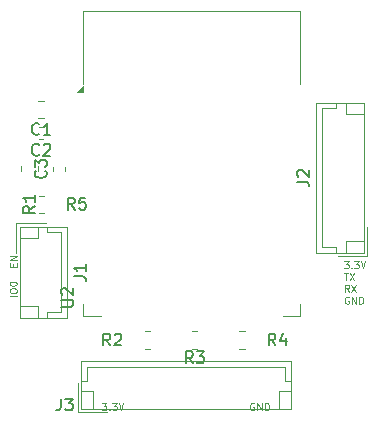
<source format=gbr>
%TF.GenerationSoftware,KiCad,Pcbnew,8.0.8*%
%TF.CreationDate,2025-02-07T05:45:52-05:00*%
%TF.ProjectId,ESP32_BluetoothModule_TerrapinRockets,45535033-325f-4426-9c75-65746f6f7468,rev?*%
%TF.SameCoordinates,Original*%
%TF.FileFunction,Legend,Top*%
%TF.FilePolarity,Positive*%
%FSLAX46Y46*%
G04 Gerber Fmt 4.6, Leading zero omitted, Abs format (unit mm)*
G04 Created by KiCad (PCBNEW 8.0.8) date 2025-02-07 05:45:52*
%MOMM*%
%LPD*%
G01*
G04 APERTURE LIST*
%ADD10C,0.100000*%
%ADD11C,0.150000*%
%ADD12C,0.120000*%
G04 APERTURE END LIST*
D10*
X104607085Y-120791353D02*
X104607085Y-120591353D01*
X104921371Y-120505639D02*
X104921371Y-120791353D01*
X104921371Y-120791353D02*
X104321371Y-120791353D01*
X104321371Y-120791353D02*
X104321371Y-120505639D01*
X104921371Y-120248496D02*
X104321371Y-120248496D01*
X104321371Y-120248496D02*
X104921371Y-119905639D01*
X104921371Y-119905639D02*
X104321371Y-119905639D01*
X104921371Y-123291353D02*
X104321371Y-123291353D01*
X104321371Y-122891354D02*
X104321371Y-122777068D01*
X104321371Y-122777068D02*
X104349942Y-122719925D01*
X104349942Y-122719925D02*
X104407085Y-122662782D01*
X104407085Y-122662782D02*
X104521371Y-122634211D01*
X104521371Y-122634211D02*
X104721371Y-122634211D01*
X104721371Y-122634211D02*
X104835657Y-122662782D01*
X104835657Y-122662782D02*
X104892800Y-122719925D01*
X104892800Y-122719925D02*
X104921371Y-122777068D01*
X104921371Y-122777068D02*
X104921371Y-122891354D01*
X104921371Y-122891354D02*
X104892800Y-122948497D01*
X104892800Y-122948497D02*
X104835657Y-123005639D01*
X104835657Y-123005639D02*
X104721371Y-123034211D01*
X104721371Y-123034211D02*
X104521371Y-123034211D01*
X104521371Y-123034211D02*
X104407085Y-123005639D01*
X104407085Y-123005639D02*
X104349942Y-122948497D01*
X104349942Y-122948497D02*
X104321371Y-122891354D01*
X104321371Y-122262783D02*
X104321371Y-122205640D01*
X104321371Y-122205640D02*
X104349942Y-122148497D01*
X104349942Y-122148497D02*
X104378514Y-122119926D01*
X104378514Y-122119926D02*
X104435657Y-122091354D01*
X104435657Y-122091354D02*
X104549942Y-122062783D01*
X104549942Y-122062783D02*
X104692800Y-122062783D01*
X104692800Y-122062783D02*
X104807085Y-122091354D01*
X104807085Y-122091354D02*
X104864228Y-122119926D01*
X104864228Y-122119926D02*
X104892800Y-122148497D01*
X104892800Y-122148497D02*
X104921371Y-122205640D01*
X104921371Y-122205640D02*
X104921371Y-122262783D01*
X104921371Y-122262783D02*
X104892800Y-122319926D01*
X104892800Y-122319926D02*
X104864228Y-122348497D01*
X104864228Y-122348497D02*
X104807085Y-122377068D01*
X104807085Y-122377068D02*
X104692800Y-122405640D01*
X104692800Y-122405640D02*
X104549942Y-122405640D01*
X104549942Y-122405640D02*
X104435657Y-122377068D01*
X104435657Y-122377068D02*
X104378514Y-122348497D01*
X104378514Y-122348497D02*
X104349942Y-122319926D01*
X104349942Y-122319926D02*
X104321371Y-122262783D01*
X112151503Y-132321371D02*
X112522931Y-132321371D01*
X112522931Y-132321371D02*
X112322931Y-132549942D01*
X112322931Y-132549942D02*
X112408646Y-132549942D01*
X112408646Y-132549942D02*
X112465789Y-132578514D01*
X112465789Y-132578514D02*
X112494360Y-132607085D01*
X112494360Y-132607085D02*
X112522931Y-132664228D01*
X112522931Y-132664228D02*
X112522931Y-132807085D01*
X112522931Y-132807085D02*
X112494360Y-132864228D01*
X112494360Y-132864228D02*
X112465789Y-132892800D01*
X112465789Y-132892800D02*
X112408646Y-132921371D01*
X112408646Y-132921371D02*
X112237217Y-132921371D01*
X112237217Y-132921371D02*
X112180074Y-132892800D01*
X112180074Y-132892800D02*
X112151503Y-132864228D01*
X112780075Y-132864228D02*
X112808646Y-132892800D01*
X112808646Y-132892800D02*
X112780075Y-132921371D01*
X112780075Y-132921371D02*
X112751503Y-132892800D01*
X112751503Y-132892800D02*
X112780075Y-132864228D01*
X112780075Y-132864228D02*
X112780075Y-132921371D01*
X113008646Y-132321371D02*
X113380074Y-132321371D01*
X113380074Y-132321371D02*
X113180074Y-132549942D01*
X113180074Y-132549942D02*
X113265789Y-132549942D01*
X113265789Y-132549942D02*
X113322932Y-132578514D01*
X113322932Y-132578514D02*
X113351503Y-132607085D01*
X113351503Y-132607085D02*
X113380074Y-132664228D01*
X113380074Y-132664228D02*
X113380074Y-132807085D01*
X113380074Y-132807085D02*
X113351503Y-132864228D01*
X113351503Y-132864228D02*
X113322932Y-132892800D01*
X113322932Y-132892800D02*
X113265789Y-132921371D01*
X113265789Y-132921371D02*
X113094360Y-132921371D01*
X113094360Y-132921371D02*
X113037217Y-132892800D01*
X113037217Y-132892800D02*
X113008646Y-132864228D01*
X113551503Y-132321371D02*
X113751503Y-132921371D01*
X113751503Y-132921371D02*
X113951503Y-132321371D01*
X125022931Y-132349942D02*
X124965789Y-132321371D01*
X124965789Y-132321371D02*
X124880074Y-132321371D01*
X124880074Y-132321371D02*
X124794360Y-132349942D01*
X124794360Y-132349942D02*
X124737217Y-132407085D01*
X124737217Y-132407085D02*
X124708646Y-132464228D01*
X124708646Y-132464228D02*
X124680074Y-132578514D01*
X124680074Y-132578514D02*
X124680074Y-132664228D01*
X124680074Y-132664228D02*
X124708646Y-132778514D01*
X124708646Y-132778514D02*
X124737217Y-132835657D01*
X124737217Y-132835657D02*
X124794360Y-132892800D01*
X124794360Y-132892800D02*
X124880074Y-132921371D01*
X124880074Y-132921371D02*
X124937217Y-132921371D01*
X124937217Y-132921371D02*
X125022931Y-132892800D01*
X125022931Y-132892800D02*
X125051503Y-132864228D01*
X125051503Y-132864228D02*
X125051503Y-132664228D01*
X125051503Y-132664228D02*
X124937217Y-132664228D01*
X125308646Y-132921371D02*
X125308646Y-132321371D01*
X125308646Y-132321371D02*
X125651503Y-132921371D01*
X125651503Y-132921371D02*
X125651503Y-132321371D01*
X125937217Y-132921371D02*
X125937217Y-132321371D01*
X125937217Y-132321371D02*
X126080074Y-132321371D01*
X126080074Y-132321371D02*
X126165788Y-132349942D01*
X126165788Y-132349942D02*
X126222931Y-132407085D01*
X126222931Y-132407085D02*
X126251502Y-132464228D01*
X126251502Y-132464228D02*
X126280074Y-132578514D01*
X126280074Y-132578514D02*
X126280074Y-132664228D01*
X126280074Y-132664228D02*
X126251502Y-132778514D01*
X126251502Y-132778514D02*
X126222931Y-132835657D01*
X126222931Y-132835657D02*
X126165788Y-132892800D01*
X126165788Y-132892800D02*
X126080074Y-132921371D01*
X126080074Y-132921371D02*
X125937217Y-132921371D01*
X132651503Y-120321371D02*
X133022931Y-120321371D01*
X133022931Y-120321371D02*
X132822931Y-120549942D01*
X132822931Y-120549942D02*
X132908646Y-120549942D01*
X132908646Y-120549942D02*
X132965789Y-120578514D01*
X132965789Y-120578514D02*
X132994360Y-120607085D01*
X132994360Y-120607085D02*
X133022931Y-120664228D01*
X133022931Y-120664228D02*
X133022931Y-120807085D01*
X133022931Y-120807085D02*
X132994360Y-120864228D01*
X132994360Y-120864228D02*
X132965789Y-120892800D01*
X132965789Y-120892800D02*
X132908646Y-120921371D01*
X132908646Y-120921371D02*
X132737217Y-120921371D01*
X132737217Y-120921371D02*
X132680074Y-120892800D01*
X132680074Y-120892800D02*
X132651503Y-120864228D01*
X133280075Y-120864228D02*
X133308646Y-120892800D01*
X133308646Y-120892800D02*
X133280075Y-120921371D01*
X133280075Y-120921371D02*
X133251503Y-120892800D01*
X133251503Y-120892800D02*
X133280075Y-120864228D01*
X133280075Y-120864228D02*
X133280075Y-120921371D01*
X133508646Y-120321371D02*
X133880074Y-120321371D01*
X133880074Y-120321371D02*
X133680074Y-120549942D01*
X133680074Y-120549942D02*
X133765789Y-120549942D01*
X133765789Y-120549942D02*
X133822932Y-120578514D01*
X133822932Y-120578514D02*
X133851503Y-120607085D01*
X133851503Y-120607085D02*
X133880074Y-120664228D01*
X133880074Y-120664228D02*
X133880074Y-120807085D01*
X133880074Y-120807085D02*
X133851503Y-120864228D01*
X133851503Y-120864228D02*
X133822932Y-120892800D01*
X133822932Y-120892800D02*
X133765789Y-120921371D01*
X133765789Y-120921371D02*
X133594360Y-120921371D01*
X133594360Y-120921371D02*
X133537217Y-120892800D01*
X133537217Y-120892800D02*
X133508646Y-120864228D01*
X134051503Y-120321371D02*
X134251503Y-120921371D01*
X134251503Y-120921371D02*
X134451503Y-120321371D01*
X132622931Y-121321371D02*
X132965789Y-121321371D01*
X132794360Y-121921371D02*
X132794360Y-121321371D01*
X133108646Y-121321371D02*
X133508646Y-121921371D01*
X133508646Y-121321371D02*
X133108646Y-121921371D01*
X133051503Y-122921371D02*
X132851503Y-122635657D01*
X132708646Y-122921371D02*
X132708646Y-122321371D01*
X132708646Y-122321371D02*
X132937217Y-122321371D01*
X132937217Y-122321371D02*
X132994360Y-122349942D01*
X132994360Y-122349942D02*
X133022931Y-122378514D01*
X133022931Y-122378514D02*
X133051503Y-122435657D01*
X133051503Y-122435657D02*
X133051503Y-122521371D01*
X133051503Y-122521371D02*
X133022931Y-122578514D01*
X133022931Y-122578514D02*
X132994360Y-122607085D01*
X132994360Y-122607085D02*
X132937217Y-122635657D01*
X132937217Y-122635657D02*
X132708646Y-122635657D01*
X133251503Y-122321371D02*
X133651503Y-122921371D01*
X133651503Y-122321371D02*
X133251503Y-122921371D01*
X133022931Y-123349942D02*
X132965789Y-123321371D01*
X132965789Y-123321371D02*
X132880074Y-123321371D01*
X132880074Y-123321371D02*
X132794360Y-123349942D01*
X132794360Y-123349942D02*
X132737217Y-123407085D01*
X132737217Y-123407085D02*
X132708646Y-123464228D01*
X132708646Y-123464228D02*
X132680074Y-123578514D01*
X132680074Y-123578514D02*
X132680074Y-123664228D01*
X132680074Y-123664228D02*
X132708646Y-123778514D01*
X132708646Y-123778514D02*
X132737217Y-123835657D01*
X132737217Y-123835657D02*
X132794360Y-123892800D01*
X132794360Y-123892800D02*
X132880074Y-123921371D01*
X132880074Y-123921371D02*
X132937217Y-123921371D01*
X132937217Y-123921371D02*
X133022931Y-123892800D01*
X133022931Y-123892800D02*
X133051503Y-123864228D01*
X133051503Y-123864228D02*
X133051503Y-123664228D01*
X133051503Y-123664228D02*
X132937217Y-123664228D01*
X133308646Y-123921371D02*
X133308646Y-123321371D01*
X133308646Y-123321371D02*
X133651503Y-123921371D01*
X133651503Y-123921371D02*
X133651503Y-123321371D01*
X133937217Y-123921371D02*
X133937217Y-123321371D01*
X133937217Y-123321371D02*
X134080074Y-123321371D01*
X134080074Y-123321371D02*
X134165788Y-123349942D01*
X134165788Y-123349942D02*
X134222931Y-123407085D01*
X134222931Y-123407085D02*
X134251502Y-123464228D01*
X134251502Y-123464228D02*
X134280074Y-123578514D01*
X134280074Y-123578514D02*
X134280074Y-123664228D01*
X134280074Y-123664228D02*
X134251502Y-123778514D01*
X134251502Y-123778514D02*
X134222931Y-123835657D01*
X134222931Y-123835657D02*
X134165788Y-123892800D01*
X134165788Y-123892800D02*
X134080074Y-123921371D01*
X134080074Y-123921371D02*
X133937217Y-123921371D01*
D11*
X128654819Y-113583333D02*
X129369104Y-113583333D01*
X129369104Y-113583333D02*
X129511961Y-113630952D01*
X129511961Y-113630952D02*
X129607200Y-113726190D01*
X129607200Y-113726190D02*
X129654819Y-113869047D01*
X129654819Y-113869047D02*
X129654819Y-113964285D01*
X128750057Y-113154761D02*
X128702438Y-113107142D01*
X128702438Y-113107142D02*
X128654819Y-113011904D01*
X128654819Y-113011904D02*
X128654819Y-112773809D01*
X128654819Y-112773809D02*
X128702438Y-112678571D01*
X128702438Y-112678571D02*
X128750057Y-112630952D01*
X128750057Y-112630952D02*
X128845295Y-112583333D01*
X128845295Y-112583333D02*
X128940533Y-112583333D01*
X128940533Y-112583333D02*
X129083390Y-112630952D01*
X129083390Y-112630952D02*
X129654819Y-113202380D01*
X129654819Y-113202380D02*
X129654819Y-112583333D01*
X109754819Y-121583333D02*
X110469104Y-121583333D01*
X110469104Y-121583333D02*
X110611961Y-121630952D01*
X110611961Y-121630952D02*
X110707200Y-121726190D01*
X110707200Y-121726190D02*
X110754819Y-121869047D01*
X110754819Y-121869047D02*
X110754819Y-121964285D01*
X110754819Y-120583333D02*
X110754819Y-121154761D01*
X110754819Y-120869047D02*
X109754819Y-120869047D01*
X109754819Y-120869047D02*
X109897676Y-120964285D01*
X109897676Y-120964285D02*
X109992914Y-121059523D01*
X109992914Y-121059523D02*
X110040533Y-121154761D01*
X108704819Y-124161904D02*
X109514342Y-124161904D01*
X109514342Y-124161904D02*
X109609580Y-124114285D01*
X109609580Y-124114285D02*
X109657200Y-124066666D01*
X109657200Y-124066666D02*
X109704819Y-123971428D01*
X109704819Y-123971428D02*
X109704819Y-123780952D01*
X109704819Y-123780952D02*
X109657200Y-123685714D01*
X109657200Y-123685714D02*
X109609580Y-123638095D01*
X109609580Y-123638095D02*
X109514342Y-123590476D01*
X109514342Y-123590476D02*
X108704819Y-123590476D01*
X108800057Y-123161904D02*
X108752438Y-123114285D01*
X108752438Y-123114285D02*
X108704819Y-123019047D01*
X108704819Y-123019047D02*
X108704819Y-122780952D01*
X108704819Y-122780952D02*
X108752438Y-122685714D01*
X108752438Y-122685714D02*
X108800057Y-122638095D01*
X108800057Y-122638095D02*
X108895295Y-122590476D01*
X108895295Y-122590476D02*
X108990533Y-122590476D01*
X108990533Y-122590476D02*
X109133390Y-122638095D01*
X109133390Y-122638095D02*
X109704819Y-123209523D01*
X109704819Y-123209523D02*
X109704819Y-122590476D01*
X109833333Y-115954819D02*
X109500000Y-115478628D01*
X109261905Y-115954819D02*
X109261905Y-114954819D01*
X109261905Y-114954819D02*
X109642857Y-114954819D01*
X109642857Y-114954819D02*
X109738095Y-115002438D01*
X109738095Y-115002438D02*
X109785714Y-115050057D01*
X109785714Y-115050057D02*
X109833333Y-115145295D01*
X109833333Y-115145295D02*
X109833333Y-115288152D01*
X109833333Y-115288152D02*
X109785714Y-115383390D01*
X109785714Y-115383390D02*
X109738095Y-115431009D01*
X109738095Y-115431009D02*
X109642857Y-115478628D01*
X109642857Y-115478628D02*
X109261905Y-115478628D01*
X110738095Y-114954819D02*
X110261905Y-114954819D01*
X110261905Y-114954819D02*
X110214286Y-115431009D01*
X110214286Y-115431009D02*
X110261905Y-115383390D01*
X110261905Y-115383390D02*
X110357143Y-115335771D01*
X110357143Y-115335771D02*
X110595238Y-115335771D01*
X110595238Y-115335771D02*
X110690476Y-115383390D01*
X110690476Y-115383390D02*
X110738095Y-115431009D01*
X110738095Y-115431009D02*
X110785714Y-115526247D01*
X110785714Y-115526247D02*
X110785714Y-115764342D01*
X110785714Y-115764342D02*
X110738095Y-115859580D01*
X110738095Y-115859580D02*
X110690476Y-115907200D01*
X110690476Y-115907200D02*
X110595238Y-115954819D01*
X110595238Y-115954819D02*
X110357143Y-115954819D01*
X110357143Y-115954819D02*
X110261905Y-115907200D01*
X110261905Y-115907200D02*
X110214286Y-115859580D01*
X106833333Y-111289580D02*
X106785714Y-111337200D01*
X106785714Y-111337200D02*
X106642857Y-111384819D01*
X106642857Y-111384819D02*
X106547619Y-111384819D01*
X106547619Y-111384819D02*
X106404762Y-111337200D01*
X106404762Y-111337200D02*
X106309524Y-111241961D01*
X106309524Y-111241961D02*
X106261905Y-111146723D01*
X106261905Y-111146723D02*
X106214286Y-110956247D01*
X106214286Y-110956247D02*
X106214286Y-110813390D01*
X106214286Y-110813390D02*
X106261905Y-110622914D01*
X106261905Y-110622914D02*
X106309524Y-110527676D01*
X106309524Y-110527676D02*
X106404762Y-110432438D01*
X106404762Y-110432438D02*
X106547619Y-110384819D01*
X106547619Y-110384819D02*
X106642857Y-110384819D01*
X106642857Y-110384819D02*
X106785714Y-110432438D01*
X106785714Y-110432438D02*
X106833333Y-110480057D01*
X107214286Y-110480057D02*
X107261905Y-110432438D01*
X107261905Y-110432438D02*
X107357143Y-110384819D01*
X107357143Y-110384819D02*
X107595238Y-110384819D01*
X107595238Y-110384819D02*
X107690476Y-110432438D01*
X107690476Y-110432438D02*
X107738095Y-110480057D01*
X107738095Y-110480057D02*
X107785714Y-110575295D01*
X107785714Y-110575295D02*
X107785714Y-110670533D01*
X107785714Y-110670533D02*
X107738095Y-110813390D01*
X107738095Y-110813390D02*
X107166667Y-111384819D01*
X107166667Y-111384819D02*
X107785714Y-111384819D01*
X106833333Y-109539580D02*
X106785714Y-109587200D01*
X106785714Y-109587200D02*
X106642857Y-109634819D01*
X106642857Y-109634819D02*
X106547619Y-109634819D01*
X106547619Y-109634819D02*
X106404762Y-109587200D01*
X106404762Y-109587200D02*
X106309524Y-109491961D01*
X106309524Y-109491961D02*
X106261905Y-109396723D01*
X106261905Y-109396723D02*
X106214286Y-109206247D01*
X106214286Y-109206247D02*
X106214286Y-109063390D01*
X106214286Y-109063390D02*
X106261905Y-108872914D01*
X106261905Y-108872914D02*
X106309524Y-108777676D01*
X106309524Y-108777676D02*
X106404762Y-108682438D01*
X106404762Y-108682438D02*
X106547619Y-108634819D01*
X106547619Y-108634819D02*
X106642857Y-108634819D01*
X106642857Y-108634819D02*
X106785714Y-108682438D01*
X106785714Y-108682438D02*
X106833333Y-108730057D01*
X107785714Y-109634819D02*
X107214286Y-109634819D01*
X107500000Y-109634819D02*
X107500000Y-108634819D01*
X107500000Y-108634819D02*
X107404762Y-108777676D01*
X107404762Y-108777676D02*
X107309524Y-108872914D01*
X107309524Y-108872914D02*
X107214286Y-108920533D01*
X112833333Y-127454819D02*
X112500000Y-126978628D01*
X112261905Y-127454819D02*
X112261905Y-126454819D01*
X112261905Y-126454819D02*
X112642857Y-126454819D01*
X112642857Y-126454819D02*
X112738095Y-126502438D01*
X112738095Y-126502438D02*
X112785714Y-126550057D01*
X112785714Y-126550057D02*
X112833333Y-126645295D01*
X112833333Y-126645295D02*
X112833333Y-126788152D01*
X112833333Y-126788152D02*
X112785714Y-126883390D01*
X112785714Y-126883390D02*
X112738095Y-126931009D01*
X112738095Y-126931009D02*
X112642857Y-126978628D01*
X112642857Y-126978628D02*
X112261905Y-126978628D01*
X113214286Y-126550057D02*
X113261905Y-126502438D01*
X113261905Y-126502438D02*
X113357143Y-126454819D01*
X113357143Y-126454819D02*
X113595238Y-126454819D01*
X113595238Y-126454819D02*
X113690476Y-126502438D01*
X113690476Y-126502438D02*
X113738095Y-126550057D01*
X113738095Y-126550057D02*
X113785714Y-126645295D01*
X113785714Y-126645295D02*
X113785714Y-126740533D01*
X113785714Y-126740533D02*
X113738095Y-126883390D01*
X113738095Y-126883390D02*
X113166667Y-127454819D01*
X113166667Y-127454819D02*
X113785714Y-127454819D01*
X108666666Y-131954819D02*
X108666666Y-132669104D01*
X108666666Y-132669104D02*
X108619047Y-132811961D01*
X108619047Y-132811961D02*
X108523809Y-132907200D01*
X108523809Y-132907200D02*
X108380952Y-132954819D01*
X108380952Y-132954819D02*
X108285714Y-132954819D01*
X109047619Y-131954819D02*
X109666666Y-131954819D01*
X109666666Y-131954819D02*
X109333333Y-132335771D01*
X109333333Y-132335771D02*
X109476190Y-132335771D01*
X109476190Y-132335771D02*
X109571428Y-132383390D01*
X109571428Y-132383390D02*
X109619047Y-132431009D01*
X109619047Y-132431009D02*
X109666666Y-132526247D01*
X109666666Y-132526247D02*
X109666666Y-132764342D01*
X109666666Y-132764342D02*
X109619047Y-132859580D01*
X109619047Y-132859580D02*
X109571428Y-132907200D01*
X109571428Y-132907200D02*
X109476190Y-132954819D01*
X109476190Y-132954819D02*
X109190476Y-132954819D01*
X109190476Y-132954819D02*
X109095238Y-132907200D01*
X109095238Y-132907200D02*
X109047619Y-132859580D01*
X107359580Y-112666666D02*
X107407200Y-112714285D01*
X107407200Y-112714285D02*
X107454819Y-112857142D01*
X107454819Y-112857142D02*
X107454819Y-112952380D01*
X107454819Y-112952380D02*
X107407200Y-113095237D01*
X107407200Y-113095237D02*
X107311961Y-113190475D01*
X107311961Y-113190475D02*
X107216723Y-113238094D01*
X107216723Y-113238094D02*
X107026247Y-113285713D01*
X107026247Y-113285713D02*
X106883390Y-113285713D01*
X106883390Y-113285713D02*
X106692914Y-113238094D01*
X106692914Y-113238094D02*
X106597676Y-113190475D01*
X106597676Y-113190475D02*
X106502438Y-113095237D01*
X106502438Y-113095237D02*
X106454819Y-112952380D01*
X106454819Y-112952380D02*
X106454819Y-112857142D01*
X106454819Y-112857142D02*
X106502438Y-112714285D01*
X106502438Y-112714285D02*
X106550057Y-112666666D01*
X106454819Y-112333332D02*
X106454819Y-111714285D01*
X106454819Y-111714285D02*
X106835771Y-112047618D01*
X106835771Y-112047618D02*
X106835771Y-111904761D01*
X106835771Y-111904761D02*
X106883390Y-111809523D01*
X106883390Y-111809523D02*
X106931009Y-111761904D01*
X106931009Y-111761904D02*
X107026247Y-111714285D01*
X107026247Y-111714285D02*
X107264342Y-111714285D01*
X107264342Y-111714285D02*
X107359580Y-111761904D01*
X107359580Y-111761904D02*
X107407200Y-111809523D01*
X107407200Y-111809523D02*
X107454819Y-111904761D01*
X107454819Y-111904761D02*
X107454819Y-112190475D01*
X107454819Y-112190475D02*
X107407200Y-112285713D01*
X107407200Y-112285713D02*
X107359580Y-112333332D01*
X106454819Y-115666666D02*
X105978628Y-115999999D01*
X106454819Y-116238094D02*
X105454819Y-116238094D01*
X105454819Y-116238094D02*
X105454819Y-115857142D01*
X105454819Y-115857142D02*
X105502438Y-115761904D01*
X105502438Y-115761904D02*
X105550057Y-115714285D01*
X105550057Y-115714285D02*
X105645295Y-115666666D01*
X105645295Y-115666666D02*
X105788152Y-115666666D01*
X105788152Y-115666666D02*
X105883390Y-115714285D01*
X105883390Y-115714285D02*
X105931009Y-115761904D01*
X105931009Y-115761904D02*
X105978628Y-115857142D01*
X105978628Y-115857142D02*
X105978628Y-116238094D01*
X106454819Y-114714285D02*
X106454819Y-115285713D01*
X106454819Y-114999999D02*
X105454819Y-114999999D01*
X105454819Y-114999999D02*
X105597676Y-115095237D01*
X105597676Y-115095237D02*
X105692914Y-115190475D01*
X105692914Y-115190475D02*
X105740533Y-115285713D01*
X126833333Y-127454819D02*
X126500000Y-126978628D01*
X126261905Y-127454819D02*
X126261905Y-126454819D01*
X126261905Y-126454819D02*
X126642857Y-126454819D01*
X126642857Y-126454819D02*
X126738095Y-126502438D01*
X126738095Y-126502438D02*
X126785714Y-126550057D01*
X126785714Y-126550057D02*
X126833333Y-126645295D01*
X126833333Y-126645295D02*
X126833333Y-126788152D01*
X126833333Y-126788152D02*
X126785714Y-126883390D01*
X126785714Y-126883390D02*
X126738095Y-126931009D01*
X126738095Y-126931009D02*
X126642857Y-126978628D01*
X126642857Y-126978628D02*
X126261905Y-126978628D01*
X127690476Y-126788152D02*
X127690476Y-127454819D01*
X127452381Y-126407200D02*
X127214286Y-127121485D01*
X127214286Y-127121485D02*
X127833333Y-127121485D01*
X119833333Y-128954819D02*
X119500000Y-128478628D01*
X119261905Y-128954819D02*
X119261905Y-127954819D01*
X119261905Y-127954819D02*
X119642857Y-127954819D01*
X119642857Y-127954819D02*
X119738095Y-128002438D01*
X119738095Y-128002438D02*
X119785714Y-128050057D01*
X119785714Y-128050057D02*
X119833333Y-128145295D01*
X119833333Y-128145295D02*
X119833333Y-128288152D01*
X119833333Y-128288152D02*
X119785714Y-128383390D01*
X119785714Y-128383390D02*
X119738095Y-128431009D01*
X119738095Y-128431009D02*
X119642857Y-128478628D01*
X119642857Y-128478628D02*
X119261905Y-128478628D01*
X120166667Y-127954819D02*
X120785714Y-127954819D01*
X120785714Y-127954819D02*
X120452381Y-128335771D01*
X120452381Y-128335771D02*
X120595238Y-128335771D01*
X120595238Y-128335771D02*
X120690476Y-128383390D01*
X120690476Y-128383390D02*
X120738095Y-128431009D01*
X120738095Y-128431009D02*
X120785714Y-128526247D01*
X120785714Y-128526247D02*
X120785714Y-128764342D01*
X120785714Y-128764342D02*
X120738095Y-128859580D01*
X120738095Y-128859580D02*
X120690476Y-128907200D01*
X120690476Y-128907200D02*
X120595238Y-128954819D01*
X120595238Y-128954819D02*
X120309524Y-128954819D01*
X120309524Y-128954819D02*
X120214286Y-128907200D01*
X120214286Y-128907200D02*
X120166667Y-128859580D01*
D12*
%TO.C,J2*%
X132110000Y-119910000D02*
X134610000Y-119910000D01*
X134610000Y-119910000D02*
X134610000Y-117410000D01*
X130290000Y-119610000D02*
X134310000Y-119610000D01*
X132000000Y-119610000D02*
X132000000Y-119110000D01*
X132810000Y-119610000D02*
X132810000Y-118610000D01*
X134310000Y-119610000D02*
X134310000Y-106890000D01*
X130790000Y-119110000D02*
X130790000Y-107390000D01*
X132000000Y-119110000D02*
X130790000Y-119110000D01*
X132810000Y-118610000D02*
X134310000Y-118610000D01*
X132810000Y-107890000D02*
X134310000Y-107890000D01*
X130790000Y-107390000D02*
X132000000Y-107390000D01*
X132000000Y-107390000D02*
X132000000Y-106890000D01*
X130290000Y-106890000D02*
X130290000Y-119610000D01*
X132810000Y-106890000D02*
X132810000Y-107890000D01*
X134310000Y-106890000D02*
X130290000Y-106890000D01*
%TO.C,J1*%
X107390000Y-117090000D02*
X104890000Y-117090000D01*
X104890000Y-117090000D02*
X104890000Y-119590000D01*
X109210000Y-117390000D02*
X105190000Y-117390000D01*
X107500000Y-117390000D02*
X107500000Y-117890000D01*
X106690000Y-117390000D02*
X106690000Y-118390000D01*
X105190000Y-117390000D02*
X105190000Y-125110000D01*
X108710000Y-117890000D02*
X108710000Y-124610000D01*
X107500000Y-117890000D02*
X108710000Y-117890000D01*
X106690000Y-118390000D02*
X105190000Y-118390000D01*
X106690000Y-124110000D02*
X105190000Y-124110000D01*
X108710000Y-124610000D02*
X107500000Y-124610000D01*
X107500000Y-124610000D02*
X107500000Y-125110000D01*
X109210000Y-125110000D02*
X109210000Y-117390000D01*
X106690000Y-125110000D02*
X106690000Y-124110000D01*
X105190000Y-125110000D02*
X109210000Y-125110000D01*
%TO.C,U2*%
X110550000Y-99100000D02*
X110550000Y-105300000D01*
X110550000Y-99100000D02*
X128950000Y-99100000D01*
X110550000Y-123950000D02*
X110550000Y-124950000D01*
X110550000Y-124950000D02*
X112050000Y-124950000D01*
X128950000Y-99100000D02*
X128950000Y-105300000D01*
X128950000Y-124950000D02*
X127450000Y-124950000D01*
X128950000Y-124950000D02*
X128950000Y-123950000D01*
X110550000Y-105975000D02*
X110050000Y-105975000D01*
X110550000Y-105475000D01*
X110550000Y-105975000D01*
G36*
X110550000Y-105975000D02*
G01*
X110050000Y-105975000D01*
X110550000Y-105475000D01*
X110550000Y-105975000D01*
G37*
%TO.C,R5*%
X106772936Y-114765000D02*
X107227064Y-114765000D01*
X106772936Y-116235000D02*
X107227064Y-116235000D01*
%TO.C,C2*%
X107146267Y-108990000D02*
X106853733Y-108990000D01*
X107146267Y-110010000D02*
X106853733Y-110010000D01*
%TO.C,C1*%
X107261252Y-106765000D02*
X106738748Y-106765000D01*
X107261252Y-108235000D02*
X106738748Y-108235000D01*
%TO.C,R2*%
X115772936Y-126265000D02*
X116227064Y-126265000D01*
X115772936Y-127735000D02*
X116227064Y-127735000D01*
%TO.C,J3*%
X110090000Y-130610000D02*
X110090000Y-133110000D01*
X110090000Y-133110000D02*
X112590000Y-133110000D01*
X110390000Y-128790000D02*
X110390000Y-132810000D01*
X110390000Y-130500000D02*
X110890000Y-130500000D01*
X110390000Y-131310000D02*
X111390000Y-131310000D01*
X110390000Y-132810000D02*
X128110000Y-132810000D01*
X110890000Y-129290000D02*
X127610000Y-129290000D01*
X110890000Y-130500000D02*
X110890000Y-129290000D01*
X111390000Y-131310000D02*
X111390000Y-132810000D01*
X127110000Y-131310000D02*
X127110000Y-132810000D01*
X127610000Y-129290000D02*
X127610000Y-130500000D01*
X127610000Y-130500000D02*
X128110000Y-130500000D01*
X128110000Y-128790000D02*
X110390000Y-128790000D01*
X128110000Y-131310000D02*
X127110000Y-131310000D01*
X128110000Y-132810000D02*
X128110000Y-128790000D01*
%TO.C,C3*%
X107990000Y-112353733D02*
X107990000Y-112646267D01*
X109010000Y-112353733D02*
X109010000Y-112646267D01*
%TO.C,R1*%
X105265000Y-112727064D02*
X105265000Y-112272936D01*
X106735000Y-112727064D02*
X106735000Y-112272936D01*
%TO.C,R4*%
X124227064Y-126265000D02*
X123772936Y-126265000D01*
X124227064Y-127735000D02*
X123772936Y-127735000D01*
%TO.C,R3*%
X119772936Y-126265000D02*
X120227064Y-126265000D01*
X119772936Y-127735000D02*
X120227064Y-127735000D01*
%TD*%
M02*

</source>
